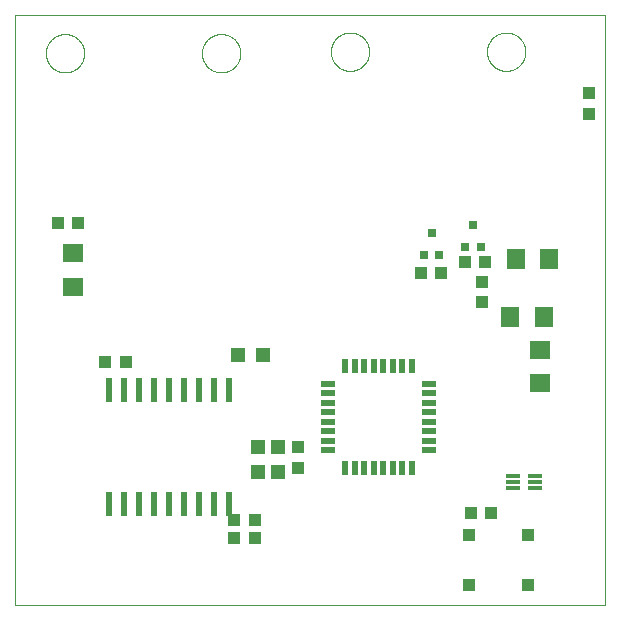
<source format=gtp>
G75*
%MOIN*%
%OFA0B0*%
%FSLAX25Y25*%
%IPPOS*%
%LPD*%
%AMOC8*
5,1,8,0,0,1.08239X$1,22.5*
%
%ADD10C,0.00000*%
%ADD11R,0.02362X0.07874*%
%ADD12R,0.05000X0.02200*%
%ADD13R,0.02200X0.05000*%
%ADD14R,0.04134X0.04252*%
%ADD15R,0.03937X0.04331*%
%ADD16R,0.04724X0.04724*%
%ADD17R,0.07087X0.06299*%
%ADD18R,0.02756X0.02756*%
%ADD19R,0.06299X0.07087*%
%ADD20R,0.04331X0.03937*%
%ADD21R,0.04724X0.01181*%
%ADD22R,0.03937X0.03937*%
%ADD23R,0.04252X0.04134*%
D10*
X0125000Y0011800D02*
X0125000Y0208650D01*
X0321850Y0208650D01*
X0321850Y0011800D01*
X0125000Y0011800D01*
X0135352Y0195800D02*
X0135354Y0195960D01*
X0135360Y0196119D01*
X0135370Y0196278D01*
X0135384Y0196437D01*
X0135402Y0196596D01*
X0135423Y0196754D01*
X0135449Y0196911D01*
X0135479Y0197068D01*
X0135512Y0197224D01*
X0135550Y0197379D01*
X0135591Y0197533D01*
X0135636Y0197686D01*
X0135685Y0197838D01*
X0135738Y0197988D01*
X0135794Y0198137D01*
X0135854Y0198285D01*
X0135918Y0198431D01*
X0135986Y0198576D01*
X0136057Y0198719D01*
X0136131Y0198860D01*
X0136209Y0198999D01*
X0136291Y0199136D01*
X0136376Y0199271D01*
X0136464Y0199404D01*
X0136555Y0199535D01*
X0136650Y0199663D01*
X0136748Y0199789D01*
X0136849Y0199913D01*
X0136953Y0200033D01*
X0137060Y0200152D01*
X0137170Y0200267D01*
X0137283Y0200380D01*
X0137398Y0200490D01*
X0137517Y0200597D01*
X0137637Y0200701D01*
X0137761Y0200802D01*
X0137887Y0200900D01*
X0138015Y0200995D01*
X0138146Y0201086D01*
X0138279Y0201174D01*
X0138414Y0201259D01*
X0138551Y0201341D01*
X0138690Y0201419D01*
X0138831Y0201493D01*
X0138974Y0201564D01*
X0139119Y0201632D01*
X0139265Y0201696D01*
X0139413Y0201756D01*
X0139562Y0201812D01*
X0139712Y0201865D01*
X0139864Y0201914D01*
X0140017Y0201959D01*
X0140171Y0202000D01*
X0140326Y0202038D01*
X0140482Y0202071D01*
X0140639Y0202101D01*
X0140796Y0202127D01*
X0140954Y0202148D01*
X0141113Y0202166D01*
X0141272Y0202180D01*
X0141431Y0202190D01*
X0141590Y0202196D01*
X0141750Y0202198D01*
X0141910Y0202196D01*
X0142069Y0202190D01*
X0142228Y0202180D01*
X0142387Y0202166D01*
X0142546Y0202148D01*
X0142704Y0202127D01*
X0142861Y0202101D01*
X0143018Y0202071D01*
X0143174Y0202038D01*
X0143329Y0202000D01*
X0143483Y0201959D01*
X0143636Y0201914D01*
X0143788Y0201865D01*
X0143938Y0201812D01*
X0144087Y0201756D01*
X0144235Y0201696D01*
X0144381Y0201632D01*
X0144526Y0201564D01*
X0144669Y0201493D01*
X0144810Y0201419D01*
X0144949Y0201341D01*
X0145086Y0201259D01*
X0145221Y0201174D01*
X0145354Y0201086D01*
X0145485Y0200995D01*
X0145613Y0200900D01*
X0145739Y0200802D01*
X0145863Y0200701D01*
X0145983Y0200597D01*
X0146102Y0200490D01*
X0146217Y0200380D01*
X0146330Y0200267D01*
X0146440Y0200152D01*
X0146547Y0200033D01*
X0146651Y0199913D01*
X0146752Y0199789D01*
X0146850Y0199663D01*
X0146945Y0199535D01*
X0147036Y0199404D01*
X0147124Y0199271D01*
X0147209Y0199136D01*
X0147291Y0198999D01*
X0147369Y0198860D01*
X0147443Y0198719D01*
X0147514Y0198576D01*
X0147582Y0198431D01*
X0147646Y0198285D01*
X0147706Y0198137D01*
X0147762Y0197988D01*
X0147815Y0197838D01*
X0147864Y0197686D01*
X0147909Y0197533D01*
X0147950Y0197379D01*
X0147988Y0197224D01*
X0148021Y0197068D01*
X0148051Y0196911D01*
X0148077Y0196754D01*
X0148098Y0196596D01*
X0148116Y0196437D01*
X0148130Y0196278D01*
X0148140Y0196119D01*
X0148146Y0195960D01*
X0148148Y0195800D01*
X0148146Y0195640D01*
X0148140Y0195481D01*
X0148130Y0195322D01*
X0148116Y0195163D01*
X0148098Y0195004D01*
X0148077Y0194846D01*
X0148051Y0194689D01*
X0148021Y0194532D01*
X0147988Y0194376D01*
X0147950Y0194221D01*
X0147909Y0194067D01*
X0147864Y0193914D01*
X0147815Y0193762D01*
X0147762Y0193612D01*
X0147706Y0193463D01*
X0147646Y0193315D01*
X0147582Y0193169D01*
X0147514Y0193024D01*
X0147443Y0192881D01*
X0147369Y0192740D01*
X0147291Y0192601D01*
X0147209Y0192464D01*
X0147124Y0192329D01*
X0147036Y0192196D01*
X0146945Y0192065D01*
X0146850Y0191937D01*
X0146752Y0191811D01*
X0146651Y0191687D01*
X0146547Y0191567D01*
X0146440Y0191448D01*
X0146330Y0191333D01*
X0146217Y0191220D01*
X0146102Y0191110D01*
X0145983Y0191003D01*
X0145863Y0190899D01*
X0145739Y0190798D01*
X0145613Y0190700D01*
X0145485Y0190605D01*
X0145354Y0190514D01*
X0145221Y0190426D01*
X0145086Y0190341D01*
X0144949Y0190259D01*
X0144810Y0190181D01*
X0144669Y0190107D01*
X0144526Y0190036D01*
X0144381Y0189968D01*
X0144235Y0189904D01*
X0144087Y0189844D01*
X0143938Y0189788D01*
X0143788Y0189735D01*
X0143636Y0189686D01*
X0143483Y0189641D01*
X0143329Y0189600D01*
X0143174Y0189562D01*
X0143018Y0189529D01*
X0142861Y0189499D01*
X0142704Y0189473D01*
X0142546Y0189452D01*
X0142387Y0189434D01*
X0142228Y0189420D01*
X0142069Y0189410D01*
X0141910Y0189404D01*
X0141750Y0189402D01*
X0141590Y0189404D01*
X0141431Y0189410D01*
X0141272Y0189420D01*
X0141113Y0189434D01*
X0140954Y0189452D01*
X0140796Y0189473D01*
X0140639Y0189499D01*
X0140482Y0189529D01*
X0140326Y0189562D01*
X0140171Y0189600D01*
X0140017Y0189641D01*
X0139864Y0189686D01*
X0139712Y0189735D01*
X0139562Y0189788D01*
X0139413Y0189844D01*
X0139265Y0189904D01*
X0139119Y0189968D01*
X0138974Y0190036D01*
X0138831Y0190107D01*
X0138690Y0190181D01*
X0138551Y0190259D01*
X0138414Y0190341D01*
X0138279Y0190426D01*
X0138146Y0190514D01*
X0138015Y0190605D01*
X0137887Y0190700D01*
X0137761Y0190798D01*
X0137637Y0190899D01*
X0137517Y0191003D01*
X0137398Y0191110D01*
X0137283Y0191220D01*
X0137170Y0191333D01*
X0137060Y0191448D01*
X0136953Y0191567D01*
X0136849Y0191687D01*
X0136748Y0191811D01*
X0136650Y0191937D01*
X0136555Y0192065D01*
X0136464Y0192196D01*
X0136376Y0192329D01*
X0136291Y0192464D01*
X0136209Y0192601D01*
X0136131Y0192740D01*
X0136057Y0192881D01*
X0135986Y0193024D01*
X0135918Y0193169D01*
X0135854Y0193315D01*
X0135794Y0193463D01*
X0135738Y0193612D01*
X0135685Y0193762D01*
X0135636Y0193914D01*
X0135591Y0194067D01*
X0135550Y0194221D01*
X0135512Y0194376D01*
X0135479Y0194532D01*
X0135449Y0194689D01*
X0135423Y0194846D01*
X0135402Y0195004D01*
X0135384Y0195163D01*
X0135370Y0195322D01*
X0135360Y0195481D01*
X0135354Y0195640D01*
X0135352Y0195800D01*
X0187399Y0195800D02*
X0187401Y0195960D01*
X0187407Y0196119D01*
X0187417Y0196278D01*
X0187431Y0196437D01*
X0187449Y0196596D01*
X0187470Y0196754D01*
X0187496Y0196911D01*
X0187526Y0197068D01*
X0187559Y0197224D01*
X0187597Y0197379D01*
X0187638Y0197533D01*
X0187683Y0197686D01*
X0187732Y0197838D01*
X0187785Y0197988D01*
X0187841Y0198137D01*
X0187901Y0198285D01*
X0187965Y0198431D01*
X0188033Y0198576D01*
X0188104Y0198719D01*
X0188178Y0198860D01*
X0188256Y0198999D01*
X0188338Y0199136D01*
X0188423Y0199271D01*
X0188511Y0199404D01*
X0188602Y0199535D01*
X0188697Y0199663D01*
X0188795Y0199789D01*
X0188896Y0199913D01*
X0189000Y0200033D01*
X0189107Y0200152D01*
X0189217Y0200267D01*
X0189330Y0200380D01*
X0189445Y0200490D01*
X0189564Y0200597D01*
X0189684Y0200701D01*
X0189808Y0200802D01*
X0189934Y0200900D01*
X0190062Y0200995D01*
X0190193Y0201086D01*
X0190326Y0201174D01*
X0190461Y0201259D01*
X0190598Y0201341D01*
X0190737Y0201419D01*
X0190878Y0201493D01*
X0191021Y0201564D01*
X0191166Y0201632D01*
X0191312Y0201696D01*
X0191460Y0201756D01*
X0191609Y0201812D01*
X0191759Y0201865D01*
X0191911Y0201914D01*
X0192064Y0201959D01*
X0192218Y0202000D01*
X0192373Y0202038D01*
X0192529Y0202071D01*
X0192686Y0202101D01*
X0192843Y0202127D01*
X0193001Y0202148D01*
X0193160Y0202166D01*
X0193319Y0202180D01*
X0193478Y0202190D01*
X0193637Y0202196D01*
X0193797Y0202198D01*
X0193957Y0202196D01*
X0194116Y0202190D01*
X0194275Y0202180D01*
X0194434Y0202166D01*
X0194593Y0202148D01*
X0194751Y0202127D01*
X0194908Y0202101D01*
X0195065Y0202071D01*
X0195221Y0202038D01*
X0195376Y0202000D01*
X0195530Y0201959D01*
X0195683Y0201914D01*
X0195835Y0201865D01*
X0195985Y0201812D01*
X0196134Y0201756D01*
X0196282Y0201696D01*
X0196428Y0201632D01*
X0196573Y0201564D01*
X0196716Y0201493D01*
X0196857Y0201419D01*
X0196996Y0201341D01*
X0197133Y0201259D01*
X0197268Y0201174D01*
X0197401Y0201086D01*
X0197532Y0200995D01*
X0197660Y0200900D01*
X0197786Y0200802D01*
X0197910Y0200701D01*
X0198030Y0200597D01*
X0198149Y0200490D01*
X0198264Y0200380D01*
X0198377Y0200267D01*
X0198487Y0200152D01*
X0198594Y0200033D01*
X0198698Y0199913D01*
X0198799Y0199789D01*
X0198897Y0199663D01*
X0198992Y0199535D01*
X0199083Y0199404D01*
X0199171Y0199271D01*
X0199256Y0199136D01*
X0199338Y0198999D01*
X0199416Y0198860D01*
X0199490Y0198719D01*
X0199561Y0198576D01*
X0199629Y0198431D01*
X0199693Y0198285D01*
X0199753Y0198137D01*
X0199809Y0197988D01*
X0199862Y0197838D01*
X0199911Y0197686D01*
X0199956Y0197533D01*
X0199997Y0197379D01*
X0200035Y0197224D01*
X0200068Y0197068D01*
X0200098Y0196911D01*
X0200124Y0196754D01*
X0200145Y0196596D01*
X0200163Y0196437D01*
X0200177Y0196278D01*
X0200187Y0196119D01*
X0200193Y0195960D01*
X0200195Y0195800D01*
X0200193Y0195640D01*
X0200187Y0195481D01*
X0200177Y0195322D01*
X0200163Y0195163D01*
X0200145Y0195004D01*
X0200124Y0194846D01*
X0200098Y0194689D01*
X0200068Y0194532D01*
X0200035Y0194376D01*
X0199997Y0194221D01*
X0199956Y0194067D01*
X0199911Y0193914D01*
X0199862Y0193762D01*
X0199809Y0193612D01*
X0199753Y0193463D01*
X0199693Y0193315D01*
X0199629Y0193169D01*
X0199561Y0193024D01*
X0199490Y0192881D01*
X0199416Y0192740D01*
X0199338Y0192601D01*
X0199256Y0192464D01*
X0199171Y0192329D01*
X0199083Y0192196D01*
X0198992Y0192065D01*
X0198897Y0191937D01*
X0198799Y0191811D01*
X0198698Y0191687D01*
X0198594Y0191567D01*
X0198487Y0191448D01*
X0198377Y0191333D01*
X0198264Y0191220D01*
X0198149Y0191110D01*
X0198030Y0191003D01*
X0197910Y0190899D01*
X0197786Y0190798D01*
X0197660Y0190700D01*
X0197532Y0190605D01*
X0197401Y0190514D01*
X0197268Y0190426D01*
X0197133Y0190341D01*
X0196996Y0190259D01*
X0196857Y0190181D01*
X0196716Y0190107D01*
X0196573Y0190036D01*
X0196428Y0189968D01*
X0196282Y0189904D01*
X0196134Y0189844D01*
X0195985Y0189788D01*
X0195835Y0189735D01*
X0195683Y0189686D01*
X0195530Y0189641D01*
X0195376Y0189600D01*
X0195221Y0189562D01*
X0195065Y0189529D01*
X0194908Y0189499D01*
X0194751Y0189473D01*
X0194593Y0189452D01*
X0194434Y0189434D01*
X0194275Y0189420D01*
X0194116Y0189410D01*
X0193957Y0189404D01*
X0193797Y0189402D01*
X0193637Y0189404D01*
X0193478Y0189410D01*
X0193319Y0189420D01*
X0193160Y0189434D01*
X0193001Y0189452D01*
X0192843Y0189473D01*
X0192686Y0189499D01*
X0192529Y0189529D01*
X0192373Y0189562D01*
X0192218Y0189600D01*
X0192064Y0189641D01*
X0191911Y0189686D01*
X0191759Y0189735D01*
X0191609Y0189788D01*
X0191460Y0189844D01*
X0191312Y0189904D01*
X0191166Y0189968D01*
X0191021Y0190036D01*
X0190878Y0190107D01*
X0190737Y0190181D01*
X0190598Y0190259D01*
X0190461Y0190341D01*
X0190326Y0190426D01*
X0190193Y0190514D01*
X0190062Y0190605D01*
X0189934Y0190700D01*
X0189808Y0190798D01*
X0189684Y0190899D01*
X0189564Y0191003D01*
X0189445Y0191110D01*
X0189330Y0191220D01*
X0189217Y0191333D01*
X0189107Y0191448D01*
X0189000Y0191567D01*
X0188896Y0191687D01*
X0188795Y0191811D01*
X0188697Y0191937D01*
X0188602Y0192065D01*
X0188511Y0192196D01*
X0188423Y0192329D01*
X0188338Y0192464D01*
X0188256Y0192601D01*
X0188178Y0192740D01*
X0188104Y0192881D01*
X0188033Y0193024D01*
X0187965Y0193169D01*
X0187901Y0193315D01*
X0187841Y0193463D01*
X0187785Y0193612D01*
X0187732Y0193762D01*
X0187683Y0193914D01*
X0187638Y0194067D01*
X0187597Y0194221D01*
X0187559Y0194376D01*
X0187526Y0194532D01*
X0187496Y0194689D01*
X0187470Y0194846D01*
X0187449Y0195004D01*
X0187431Y0195163D01*
X0187417Y0195322D01*
X0187407Y0195481D01*
X0187401Y0195640D01*
X0187399Y0195800D01*
X0230352Y0196300D02*
X0230354Y0196460D01*
X0230360Y0196619D01*
X0230370Y0196778D01*
X0230384Y0196937D01*
X0230402Y0197096D01*
X0230423Y0197254D01*
X0230449Y0197411D01*
X0230479Y0197568D01*
X0230512Y0197724D01*
X0230550Y0197879D01*
X0230591Y0198033D01*
X0230636Y0198186D01*
X0230685Y0198338D01*
X0230738Y0198488D01*
X0230794Y0198637D01*
X0230854Y0198785D01*
X0230918Y0198931D01*
X0230986Y0199076D01*
X0231057Y0199219D01*
X0231131Y0199360D01*
X0231209Y0199499D01*
X0231291Y0199636D01*
X0231376Y0199771D01*
X0231464Y0199904D01*
X0231555Y0200035D01*
X0231650Y0200163D01*
X0231748Y0200289D01*
X0231849Y0200413D01*
X0231953Y0200533D01*
X0232060Y0200652D01*
X0232170Y0200767D01*
X0232283Y0200880D01*
X0232398Y0200990D01*
X0232517Y0201097D01*
X0232637Y0201201D01*
X0232761Y0201302D01*
X0232887Y0201400D01*
X0233015Y0201495D01*
X0233146Y0201586D01*
X0233279Y0201674D01*
X0233414Y0201759D01*
X0233551Y0201841D01*
X0233690Y0201919D01*
X0233831Y0201993D01*
X0233974Y0202064D01*
X0234119Y0202132D01*
X0234265Y0202196D01*
X0234413Y0202256D01*
X0234562Y0202312D01*
X0234712Y0202365D01*
X0234864Y0202414D01*
X0235017Y0202459D01*
X0235171Y0202500D01*
X0235326Y0202538D01*
X0235482Y0202571D01*
X0235639Y0202601D01*
X0235796Y0202627D01*
X0235954Y0202648D01*
X0236113Y0202666D01*
X0236272Y0202680D01*
X0236431Y0202690D01*
X0236590Y0202696D01*
X0236750Y0202698D01*
X0236910Y0202696D01*
X0237069Y0202690D01*
X0237228Y0202680D01*
X0237387Y0202666D01*
X0237546Y0202648D01*
X0237704Y0202627D01*
X0237861Y0202601D01*
X0238018Y0202571D01*
X0238174Y0202538D01*
X0238329Y0202500D01*
X0238483Y0202459D01*
X0238636Y0202414D01*
X0238788Y0202365D01*
X0238938Y0202312D01*
X0239087Y0202256D01*
X0239235Y0202196D01*
X0239381Y0202132D01*
X0239526Y0202064D01*
X0239669Y0201993D01*
X0239810Y0201919D01*
X0239949Y0201841D01*
X0240086Y0201759D01*
X0240221Y0201674D01*
X0240354Y0201586D01*
X0240485Y0201495D01*
X0240613Y0201400D01*
X0240739Y0201302D01*
X0240863Y0201201D01*
X0240983Y0201097D01*
X0241102Y0200990D01*
X0241217Y0200880D01*
X0241330Y0200767D01*
X0241440Y0200652D01*
X0241547Y0200533D01*
X0241651Y0200413D01*
X0241752Y0200289D01*
X0241850Y0200163D01*
X0241945Y0200035D01*
X0242036Y0199904D01*
X0242124Y0199771D01*
X0242209Y0199636D01*
X0242291Y0199499D01*
X0242369Y0199360D01*
X0242443Y0199219D01*
X0242514Y0199076D01*
X0242582Y0198931D01*
X0242646Y0198785D01*
X0242706Y0198637D01*
X0242762Y0198488D01*
X0242815Y0198338D01*
X0242864Y0198186D01*
X0242909Y0198033D01*
X0242950Y0197879D01*
X0242988Y0197724D01*
X0243021Y0197568D01*
X0243051Y0197411D01*
X0243077Y0197254D01*
X0243098Y0197096D01*
X0243116Y0196937D01*
X0243130Y0196778D01*
X0243140Y0196619D01*
X0243146Y0196460D01*
X0243148Y0196300D01*
X0243146Y0196140D01*
X0243140Y0195981D01*
X0243130Y0195822D01*
X0243116Y0195663D01*
X0243098Y0195504D01*
X0243077Y0195346D01*
X0243051Y0195189D01*
X0243021Y0195032D01*
X0242988Y0194876D01*
X0242950Y0194721D01*
X0242909Y0194567D01*
X0242864Y0194414D01*
X0242815Y0194262D01*
X0242762Y0194112D01*
X0242706Y0193963D01*
X0242646Y0193815D01*
X0242582Y0193669D01*
X0242514Y0193524D01*
X0242443Y0193381D01*
X0242369Y0193240D01*
X0242291Y0193101D01*
X0242209Y0192964D01*
X0242124Y0192829D01*
X0242036Y0192696D01*
X0241945Y0192565D01*
X0241850Y0192437D01*
X0241752Y0192311D01*
X0241651Y0192187D01*
X0241547Y0192067D01*
X0241440Y0191948D01*
X0241330Y0191833D01*
X0241217Y0191720D01*
X0241102Y0191610D01*
X0240983Y0191503D01*
X0240863Y0191399D01*
X0240739Y0191298D01*
X0240613Y0191200D01*
X0240485Y0191105D01*
X0240354Y0191014D01*
X0240221Y0190926D01*
X0240086Y0190841D01*
X0239949Y0190759D01*
X0239810Y0190681D01*
X0239669Y0190607D01*
X0239526Y0190536D01*
X0239381Y0190468D01*
X0239235Y0190404D01*
X0239087Y0190344D01*
X0238938Y0190288D01*
X0238788Y0190235D01*
X0238636Y0190186D01*
X0238483Y0190141D01*
X0238329Y0190100D01*
X0238174Y0190062D01*
X0238018Y0190029D01*
X0237861Y0189999D01*
X0237704Y0189973D01*
X0237546Y0189952D01*
X0237387Y0189934D01*
X0237228Y0189920D01*
X0237069Y0189910D01*
X0236910Y0189904D01*
X0236750Y0189902D01*
X0236590Y0189904D01*
X0236431Y0189910D01*
X0236272Y0189920D01*
X0236113Y0189934D01*
X0235954Y0189952D01*
X0235796Y0189973D01*
X0235639Y0189999D01*
X0235482Y0190029D01*
X0235326Y0190062D01*
X0235171Y0190100D01*
X0235017Y0190141D01*
X0234864Y0190186D01*
X0234712Y0190235D01*
X0234562Y0190288D01*
X0234413Y0190344D01*
X0234265Y0190404D01*
X0234119Y0190468D01*
X0233974Y0190536D01*
X0233831Y0190607D01*
X0233690Y0190681D01*
X0233551Y0190759D01*
X0233414Y0190841D01*
X0233279Y0190926D01*
X0233146Y0191014D01*
X0233015Y0191105D01*
X0232887Y0191200D01*
X0232761Y0191298D01*
X0232637Y0191399D01*
X0232517Y0191503D01*
X0232398Y0191610D01*
X0232283Y0191720D01*
X0232170Y0191833D01*
X0232060Y0191948D01*
X0231953Y0192067D01*
X0231849Y0192187D01*
X0231748Y0192311D01*
X0231650Y0192437D01*
X0231555Y0192565D01*
X0231464Y0192696D01*
X0231376Y0192829D01*
X0231291Y0192964D01*
X0231209Y0193101D01*
X0231131Y0193240D01*
X0231057Y0193381D01*
X0230986Y0193524D01*
X0230918Y0193669D01*
X0230854Y0193815D01*
X0230794Y0193963D01*
X0230738Y0194112D01*
X0230685Y0194262D01*
X0230636Y0194414D01*
X0230591Y0194567D01*
X0230550Y0194721D01*
X0230512Y0194876D01*
X0230479Y0195032D01*
X0230449Y0195189D01*
X0230423Y0195346D01*
X0230402Y0195504D01*
X0230384Y0195663D01*
X0230370Y0195822D01*
X0230360Y0195981D01*
X0230354Y0196140D01*
X0230352Y0196300D01*
X0282399Y0196300D02*
X0282401Y0196460D01*
X0282407Y0196619D01*
X0282417Y0196778D01*
X0282431Y0196937D01*
X0282449Y0197096D01*
X0282470Y0197254D01*
X0282496Y0197411D01*
X0282526Y0197568D01*
X0282559Y0197724D01*
X0282597Y0197879D01*
X0282638Y0198033D01*
X0282683Y0198186D01*
X0282732Y0198338D01*
X0282785Y0198488D01*
X0282841Y0198637D01*
X0282901Y0198785D01*
X0282965Y0198931D01*
X0283033Y0199076D01*
X0283104Y0199219D01*
X0283178Y0199360D01*
X0283256Y0199499D01*
X0283338Y0199636D01*
X0283423Y0199771D01*
X0283511Y0199904D01*
X0283602Y0200035D01*
X0283697Y0200163D01*
X0283795Y0200289D01*
X0283896Y0200413D01*
X0284000Y0200533D01*
X0284107Y0200652D01*
X0284217Y0200767D01*
X0284330Y0200880D01*
X0284445Y0200990D01*
X0284564Y0201097D01*
X0284684Y0201201D01*
X0284808Y0201302D01*
X0284934Y0201400D01*
X0285062Y0201495D01*
X0285193Y0201586D01*
X0285326Y0201674D01*
X0285461Y0201759D01*
X0285598Y0201841D01*
X0285737Y0201919D01*
X0285878Y0201993D01*
X0286021Y0202064D01*
X0286166Y0202132D01*
X0286312Y0202196D01*
X0286460Y0202256D01*
X0286609Y0202312D01*
X0286759Y0202365D01*
X0286911Y0202414D01*
X0287064Y0202459D01*
X0287218Y0202500D01*
X0287373Y0202538D01*
X0287529Y0202571D01*
X0287686Y0202601D01*
X0287843Y0202627D01*
X0288001Y0202648D01*
X0288160Y0202666D01*
X0288319Y0202680D01*
X0288478Y0202690D01*
X0288637Y0202696D01*
X0288797Y0202698D01*
X0288957Y0202696D01*
X0289116Y0202690D01*
X0289275Y0202680D01*
X0289434Y0202666D01*
X0289593Y0202648D01*
X0289751Y0202627D01*
X0289908Y0202601D01*
X0290065Y0202571D01*
X0290221Y0202538D01*
X0290376Y0202500D01*
X0290530Y0202459D01*
X0290683Y0202414D01*
X0290835Y0202365D01*
X0290985Y0202312D01*
X0291134Y0202256D01*
X0291282Y0202196D01*
X0291428Y0202132D01*
X0291573Y0202064D01*
X0291716Y0201993D01*
X0291857Y0201919D01*
X0291996Y0201841D01*
X0292133Y0201759D01*
X0292268Y0201674D01*
X0292401Y0201586D01*
X0292532Y0201495D01*
X0292660Y0201400D01*
X0292786Y0201302D01*
X0292910Y0201201D01*
X0293030Y0201097D01*
X0293149Y0200990D01*
X0293264Y0200880D01*
X0293377Y0200767D01*
X0293487Y0200652D01*
X0293594Y0200533D01*
X0293698Y0200413D01*
X0293799Y0200289D01*
X0293897Y0200163D01*
X0293992Y0200035D01*
X0294083Y0199904D01*
X0294171Y0199771D01*
X0294256Y0199636D01*
X0294338Y0199499D01*
X0294416Y0199360D01*
X0294490Y0199219D01*
X0294561Y0199076D01*
X0294629Y0198931D01*
X0294693Y0198785D01*
X0294753Y0198637D01*
X0294809Y0198488D01*
X0294862Y0198338D01*
X0294911Y0198186D01*
X0294956Y0198033D01*
X0294997Y0197879D01*
X0295035Y0197724D01*
X0295068Y0197568D01*
X0295098Y0197411D01*
X0295124Y0197254D01*
X0295145Y0197096D01*
X0295163Y0196937D01*
X0295177Y0196778D01*
X0295187Y0196619D01*
X0295193Y0196460D01*
X0295195Y0196300D01*
X0295193Y0196140D01*
X0295187Y0195981D01*
X0295177Y0195822D01*
X0295163Y0195663D01*
X0295145Y0195504D01*
X0295124Y0195346D01*
X0295098Y0195189D01*
X0295068Y0195032D01*
X0295035Y0194876D01*
X0294997Y0194721D01*
X0294956Y0194567D01*
X0294911Y0194414D01*
X0294862Y0194262D01*
X0294809Y0194112D01*
X0294753Y0193963D01*
X0294693Y0193815D01*
X0294629Y0193669D01*
X0294561Y0193524D01*
X0294490Y0193381D01*
X0294416Y0193240D01*
X0294338Y0193101D01*
X0294256Y0192964D01*
X0294171Y0192829D01*
X0294083Y0192696D01*
X0293992Y0192565D01*
X0293897Y0192437D01*
X0293799Y0192311D01*
X0293698Y0192187D01*
X0293594Y0192067D01*
X0293487Y0191948D01*
X0293377Y0191833D01*
X0293264Y0191720D01*
X0293149Y0191610D01*
X0293030Y0191503D01*
X0292910Y0191399D01*
X0292786Y0191298D01*
X0292660Y0191200D01*
X0292532Y0191105D01*
X0292401Y0191014D01*
X0292268Y0190926D01*
X0292133Y0190841D01*
X0291996Y0190759D01*
X0291857Y0190681D01*
X0291716Y0190607D01*
X0291573Y0190536D01*
X0291428Y0190468D01*
X0291282Y0190404D01*
X0291134Y0190344D01*
X0290985Y0190288D01*
X0290835Y0190235D01*
X0290683Y0190186D01*
X0290530Y0190141D01*
X0290376Y0190100D01*
X0290221Y0190062D01*
X0290065Y0190029D01*
X0289908Y0189999D01*
X0289751Y0189973D01*
X0289593Y0189952D01*
X0289434Y0189934D01*
X0289275Y0189920D01*
X0289116Y0189910D01*
X0288957Y0189904D01*
X0288797Y0189902D01*
X0288637Y0189904D01*
X0288478Y0189910D01*
X0288319Y0189920D01*
X0288160Y0189934D01*
X0288001Y0189952D01*
X0287843Y0189973D01*
X0287686Y0189999D01*
X0287529Y0190029D01*
X0287373Y0190062D01*
X0287218Y0190100D01*
X0287064Y0190141D01*
X0286911Y0190186D01*
X0286759Y0190235D01*
X0286609Y0190288D01*
X0286460Y0190344D01*
X0286312Y0190404D01*
X0286166Y0190468D01*
X0286021Y0190536D01*
X0285878Y0190607D01*
X0285737Y0190681D01*
X0285598Y0190759D01*
X0285461Y0190841D01*
X0285326Y0190926D01*
X0285193Y0191014D01*
X0285062Y0191105D01*
X0284934Y0191200D01*
X0284808Y0191298D01*
X0284684Y0191399D01*
X0284564Y0191503D01*
X0284445Y0191610D01*
X0284330Y0191720D01*
X0284217Y0191833D01*
X0284107Y0191948D01*
X0284000Y0192067D01*
X0283896Y0192187D01*
X0283795Y0192311D01*
X0283697Y0192437D01*
X0283602Y0192565D01*
X0283511Y0192696D01*
X0283423Y0192829D01*
X0283338Y0192964D01*
X0283256Y0193101D01*
X0283178Y0193240D01*
X0283104Y0193381D01*
X0283033Y0193524D01*
X0282965Y0193669D01*
X0282901Y0193815D01*
X0282841Y0193963D01*
X0282785Y0194112D01*
X0282732Y0194262D01*
X0282683Y0194414D01*
X0282638Y0194567D01*
X0282597Y0194721D01*
X0282559Y0194876D01*
X0282526Y0195032D01*
X0282496Y0195189D01*
X0282470Y0195346D01*
X0282449Y0195504D01*
X0282431Y0195663D01*
X0282417Y0195822D01*
X0282407Y0195981D01*
X0282401Y0196140D01*
X0282399Y0196300D01*
D11*
X0196250Y0083400D03*
X0191250Y0083400D03*
X0186250Y0083400D03*
X0181250Y0083400D03*
X0176250Y0083400D03*
X0171250Y0083400D03*
X0166250Y0083400D03*
X0161250Y0083400D03*
X0156250Y0083400D03*
X0156250Y0045700D03*
X0161250Y0045700D03*
X0166250Y0045700D03*
X0171250Y0045700D03*
X0176250Y0045700D03*
X0181250Y0045700D03*
X0186250Y0045700D03*
X0191250Y0045700D03*
X0196250Y0045700D03*
D12*
X0229350Y0063526D03*
X0229350Y0066676D03*
X0229350Y0069826D03*
X0229350Y0072975D03*
X0229350Y0076125D03*
X0229350Y0079274D03*
X0229350Y0082424D03*
X0229350Y0085574D03*
X0263150Y0085574D03*
X0263150Y0082424D03*
X0263150Y0079274D03*
X0263150Y0076125D03*
X0263150Y0072975D03*
X0263150Y0069826D03*
X0263150Y0066676D03*
X0263150Y0063526D03*
D13*
X0257274Y0057650D03*
X0254124Y0057650D03*
X0250974Y0057650D03*
X0247825Y0057650D03*
X0244675Y0057650D03*
X0241526Y0057650D03*
X0238376Y0057650D03*
X0235226Y0057650D03*
X0235226Y0091450D03*
X0238376Y0091450D03*
X0241526Y0091450D03*
X0244675Y0091450D03*
X0247825Y0091450D03*
X0250974Y0091450D03*
X0254124Y0091450D03*
X0257274Y0091450D03*
D14*
X0204945Y0040300D03*
X0198055Y0040300D03*
X0198055Y0034050D03*
X0204945Y0034050D03*
X0161945Y0092800D03*
X0155055Y0092800D03*
D15*
X0219500Y0064396D03*
X0219500Y0057704D03*
X0280750Y0112954D03*
X0280750Y0119646D03*
D16*
X0207634Y0095050D03*
X0199366Y0095050D03*
X0206000Y0064434D03*
X0212750Y0064434D03*
X0212750Y0056166D03*
X0206000Y0056166D03*
D17*
X0300000Y0085788D03*
X0300000Y0096812D03*
X0144250Y0118038D03*
X0144250Y0129062D03*
D18*
X0261441Y0128658D03*
X0266559Y0128658D03*
X0275191Y0131158D03*
X0280309Y0131158D03*
X0277750Y0138442D03*
X0264000Y0135942D03*
D19*
X0291988Y0127300D03*
X0303012Y0127300D03*
X0301262Y0107800D03*
X0290238Y0107800D03*
D20*
X0267096Y0122550D03*
X0260404Y0122550D03*
X0275154Y0126050D03*
X0281846Y0126050D03*
X0283846Y0042550D03*
X0277154Y0042550D03*
X0146096Y0139300D03*
X0139404Y0139300D03*
D21*
X0291167Y0054769D03*
X0291167Y0052800D03*
X0291167Y0050831D03*
X0298333Y0050831D03*
X0298333Y0052800D03*
X0298333Y0054769D03*
D22*
X0295994Y0035068D03*
X0276506Y0035068D03*
X0276506Y0018532D03*
X0295994Y0018532D03*
D23*
X0316500Y0175605D03*
X0316500Y0182495D03*
M02*

</source>
